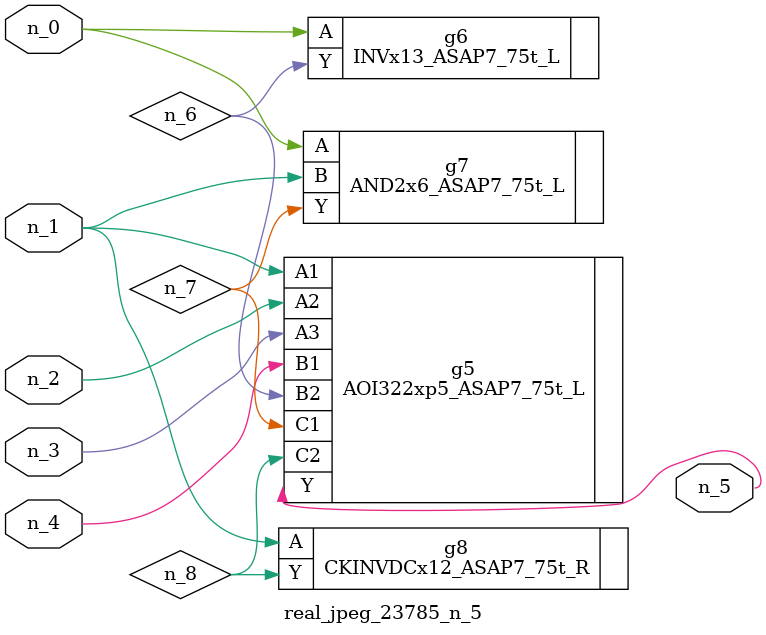
<source format=v>
module real_jpeg_23785_n_5 (n_4, n_0, n_1, n_2, n_3, n_5);

input n_4;
input n_0;
input n_1;
input n_2;
input n_3;

output n_5;

wire n_8;
wire n_6;
wire n_7;

INVx13_ASAP7_75t_L g6 ( 
.A(n_0),
.Y(n_6)
);

AND2x6_ASAP7_75t_L g7 ( 
.A(n_0),
.B(n_1),
.Y(n_7)
);

AOI322xp5_ASAP7_75t_L g5 ( 
.A1(n_1),
.A2(n_2),
.A3(n_3),
.B1(n_4),
.B2(n_6),
.C1(n_7),
.C2(n_8),
.Y(n_5)
);

CKINVDCx12_ASAP7_75t_R g8 ( 
.A(n_1),
.Y(n_8)
);


endmodule
</source>
